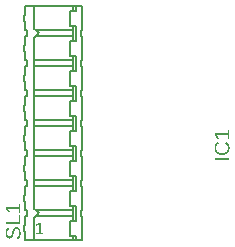
<source format=gbr>
G04 EAGLE Gerber RS-274X export*
G75*
%MOMM*%
%FSLAX34Y34*%
%LPD*%
%INSilkscreen Top*%
%IPPOS*%
%AMOC8*
5,1,8,0,0,1.08239X$1,22.5*%
G01*
G04 Define Apertures*
%ADD10C,0.152400*%
G36*
X187203Y120530D02*
X186839Y120536D01*
X186485Y120555D01*
X186141Y120586D01*
X185807Y120629D01*
X185483Y120685D01*
X185169Y120754D01*
X184865Y120835D01*
X184571Y120928D01*
X184287Y121034D01*
X184013Y121152D01*
X183495Y121426D01*
X183016Y121750D01*
X182578Y122124D01*
X182186Y122541D01*
X181846Y122997D01*
X181696Y123240D01*
X181559Y123492D01*
X181435Y123753D01*
X181324Y124024D01*
X181226Y124305D01*
X181141Y124595D01*
X181069Y124895D01*
X181010Y125205D01*
X180964Y125524D01*
X180931Y125852D01*
X180912Y126190D01*
X180905Y126538D01*
X180917Y127021D01*
X180953Y127483D01*
X181014Y127925D01*
X181098Y128347D01*
X181206Y128748D01*
X181339Y129129D01*
X181495Y129490D01*
X181676Y129831D01*
X181880Y130151D01*
X182108Y130449D01*
X182359Y130725D01*
X182633Y130979D01*
X182930Y131211D01*
X183251Y131421D01*
X183595Y131609D01*
X183962Y131776D01*
X184488Y130190D01*
X184226Y130075D01*
X183981Y129943D01*
X183751Y129795D01*
X183537Y129631D01*
X183339Y129450D01*
X183157Y129253D01*
X182991Y129040D01*
X182841Y128811D01*
X182708Y128568D01*
X182592Y128314D01*
X182494Y128048D01*
X182414Y127772D01*
X182352Y127484D01*
X182307Y127186D01*
X182281Y126876D01*
X182272Y126556D01*
X182292Y126057D01*
X182354Y125588D01*
X182457Y125146D01*
X182601Y124734D01*
X182787Y124349D01*
X183013Y123994D01*
X183281Y123666D01*
X183590Y123367D01*
X183935Y123101D01*
X184310Y122869D01*
X184716Y122674D01*
X185152Y122513D01*
X185619Y122389D01*
X186116Y122300D01*
X186644Y122247D01*
X187203Y122229D01*
X187756Y122247D01*
X188281Y122303D01*
X188779Y122396D01*
X189249Y122525D01*
X189691Y122692D01*
X190105Y122896D01*
X190492Y123137D01*
X190851Y123416D01*
X191174Y123725D01*
X191454Y124061D01*
X191691Y124423D01*
X191885Y124811D01*
X192036Y125226D01*
X192144Y125666D01*
X192209Y126133D01*
X192230Y126626D01*
X192220Y126945D01*
X192190Y127254D01*
X192140Y127553D01*
X192070Y127841D01*
X191979Y128120D01*
X191869Y128389D01*
X191739Y128648D01*
X191589Y128896D01*
X191418Y129135D01*
X191228Y129363D01*
X191017Y129582D01*
X190787Y129790D01*
X190536Y129988D01*
X190265Y130177D01*
X189975Y130355D01*
X189664Y130523D01*
X190347Y131889D01*
X190734Y131689D01*
X191096Y131470D01*
X191435Y131231D01*
X191751Y130973D01*
X192042Y130696D01*
X192309Y130399D01*
X192553Y130083D01*
X192773Y129748D01*
X192968Y129396D01*
X193137Y129031D01*
X193280Y128651D01*
X193397Y128258D01*
X193488Y127851D01*
X193553Y127430D01*
X193592Y126995D01*
X193605Y126547D01*
X193593Y126088D01*
X193557Y125645D01*
X193496Y125218D01*
X193411Y124807D01*
X193302Y124412D01*
X193169Y124032D01*
X193012Y123668D01*
X192830Y123319D01*
X192626Y122989D01*
X192401Y122679D01*
X192155Y122389D01*
X191889Y122119D01*
X191601Y121870D01*
X191293Y121641D01*
X190964Y121432D01*
X190614Y121243D01*
X190246Y121076D01*
X189861Y120931D01*
X189459Y120808D01*
X189041Y120708D01*
X188606Y120630D01*
X188155Y120574D01*
X187687Y120541D01*
X187203Y120530D01*
G37*
G36*
X193430Y133954D02*
X192090Y133954D01*
X192090Y137098D01*
X182596Y137098D01*
X184584Y134313D01*
X183095Y134313D01*
X181089Y137230D01*
X181089Y138683D01*
X192090Y138683D01*
X192090Y141688D01*
X193430Y141688D01*
X193430Y133954D01*
G37*
G36*
X193430Y116305D02*
X181089Y116305D01*
X181089Y117978D01*
X193430Y117978D01*
X193430Y116305D01*
G37*
G36*
X35923Y53674D02*
X29887Y53674D01*
X29887Y54720D01*
X32341Y54720D01*
X32341Y62130D01*
X30167Y60578D01*
X30167Y61740D01*
X32444Y63306D01*
X33579Y63306D01*
X33579Y54720D01*
X35923Y54720D01*
X35923Y53674D01*
G37*
G36*
X13576Y49155D02*
X13252Y50775D01*
X13520Y50855D01*
X13771Y50954D01*
X14003Y51074D01*
X14216Y51213D01*
X14411Y51372D01*
X14588Y51550D01*
X14746Y51748D01*
X14885Y51966D01*
X15007Y52204D01*
X15113Y52463D01*
X15203Y52742D01*
X15276Y53041D01*
X15333Y53361D01*
X15374Y53702D01*
X15398Y54063D01*
X15406Y54445D01*
X15397Y54838D01*
X15371Y55209D01*
X15328Y55556D01*
X15267Y55880D01*
X15189Y56181D01*
X15093Y56459D01*
X14980Y56714D01*
X14850Y56945D01*
X14703Y57152D01*
X14539Y57330D01*
X14360Y57482D01*
X14164Y57605D01*
X13951Y57702D01*
X13723Y57770D01*
X13478Y57812D01*
X13217Y57826D01*
X12929Y57808D01*
X12669Y57757D01*
X12438Y57670D01*
X12236Y57550D01*
X12055Y57398D01*
X11892Y57218D01*
X11745Y57010D01*
X11614Y56774D01*
X11496Y56513D01*
X11388Y56227D01*
X11290Y55917D01*
X11202Y55583D01*
X10843Y54051D01*
X10681Y53363D01*
X10519Y52764D01*
X10357Y52253D01*
X10195Y51830D01*
X10028Y51471D01*
X9852Y51153D01*
X9667Y50874D01*
X9472Y50635D01*
X9265Y50429D01*
X9040Y50248D01*
X8798Y50094D01*
X8539Y49965D01*
X8262Y49863D01*
X7966Y49791D01*
X7649Y49747D01*
X7313Y49733D01*
X6928Y49752D01*
X6566Y49808D01*
X6227Y49903D01*
X5910Y50036D01*
X5616Y50206D01*
X5344Y50415D01*
X5096Y50661D01*
X4870Y50946D01*
X4668Y51265D01*
X4494Y51618D01*
X4347Y52003D01*
X4226Y52420D01*
X4132Y52871D01*
X4065Y53354D01*
X4025Y53870D01*
X4011Y54418D01*
X4021Y54928D01*
X4052Y55408D01*
X4102Y55856D01*
X4172Y56273D01*
X4263Y56659D01*
X4373Y57015D01*
X4504Y57339D01*
X4655Y57633D01*
X4830Y57900D01*
X5034Y58147D01*
X5265Y58373D01*
X5525Y58579D01*
X5814Y58763D01*
X6131Y58927D01*
X6476Y59070D01*
X6849Y59192D01*
X7138Y57545D01*
X6901Y57470D01*
X6681Y57379D01*
X6478Y57273D01*
X6292Y57151D01*
X6122Y57014D01*
X5970Y56862D01*
X5834Y56695D01*
X5715Y56512D01*
X5611Y56312D01*
X5521Y56094D01*
X5445Y55858D01*
X5383Y55603D01*
X5335Y55330D01*
X5300Y55039D01*
X5279Y54729D01*
X5273Y54401D01*
X5280Y54042D01*
X5303Y53705D01*
X5342Y53389D01*
X5395Y53096D01*
X5464Y52824D01*
X5548Y52575D01*
X5648Y52347D01*
X5763Y52141D01*
X5893Y51959D01*
X6038Y51800D01*
X6199Y51666D01*
X6374Y51557D01*
X6564Y51471D01*
X6770Y51410D01*
X6990Y51374D01*
X7226Y51362D01*
X7498Y51381D01*
X7746Y51437D01*
X7969Y51532D01*
X8167Y51664D01*
X8346Y51832D01*
X8511Y52033D01*
X8662Y52267D01*
X8798Y52535D01*
X8934Y52891D01*
X9086Y53387D01*
X9252Y54025D01*
X9433Y54804D01*
X9700Y55938D01*
X9849Y56491D01*
X10024Y57020D01*
X10229Y57520D01*
X10466Y57988D01*
X10600Y58206D01*
X10749Y58409D01*
X10911Y58598D01*
X11088Y58771D01*
X11280Y58929D01*
X11489Y59068D01*
X11714Y59189D01*
X11955Y59293D01*
X12216Y59375D01*
X12498Y59434D01*
X12803Y59469D01*
X13129Y59481D01*
X13544Y59460D01*
X13935Y59397D01*
X14302Y59293D01*
X14644Y59147D01*
X14963Y58959D01*
X15257Y58730D01*
X15528Y58458D01*
X15774Y58145D01*
X15994Y57794D01*
X16184Y57409D01*
X16345Y56990D01*
X16477Y56537D01*
X16579Y56050D01*
X16653Y55528D01*
X16697Y54973D01*
X16711Y54383D01*
X16699Y53834D01*
X16662Y53315D01*
X16601Y52825D01*
X16515Y52365D01*
X16405Y51935D01*
X16270Y51534D01*
X16111Y51162D01*
X15927Y50821D01*
X15719Y50509D01*
X15486Y50227D01*
X15229Y49974D01*
X14947Y49751D01*
X14641Y49557D01*
X14311Y49393D01*
X13955Y49259D01*
X13576Y49155D01*
G37*
G36*
X16536Y71644D02*
X15196Y71644D01*
X15196Y74788D01*
X5702Y74788D01*
X7690Y72003D01*
X6201Y72003D01*
X4195Y74920D01*
X4195Y76373D01*
X15196Y76373D01*
X15196Y79378D01*
X16536Y79378D01*
X16536Y71644D01*
G37*
G36*
X16536Y61780D02*
X4195Y61780D01*
X4195Y63453D01*
X15170Y63453D01*
X15170Y69689D01*
X16536Y69689D01*
X16536Y61780D01*
G37*
D10*
X28220Y67390D02*
X29490Y68660D01*
X32030Y71200D01*
X29490Y73740D01*
X28220Y75010D01*
X67590Y68660D02*
X68860Y68660D01*
X68860Y48340D01*
X67590Y68660D02*
X67590Y73740D01*
X68860Y73740D01*
X28220Y48340D02*
X20600Y48340D01*
X28220Y48340D02*
X61240Y48340D01*
X63780Y48340D02*
X68860Y48340D01*
X63780Y48340D02*
X63780Y52150D01*
X63780Y64850D02*
X61240Y64850D01*
X61240Y52150D02*
X63780Y52150D01*
X58700Y52150D02*
X58700Y64850D01*
X61240Y64850D01*
X61240Y77550D02*
X63780Y77550D01*
X61240Y77550D02*
X58700Y77550D01*
X61240Y68660D02*
X61240Y64850D01*
X61240Y68660D02*
X61240Y73740D01*
X61240Y77550D01*
X61240Y52150D02*
X61240Y48340D01*
X61240Y52150D02*
X58700Y52150D01*
X61240Y48340D02*
X63780Y48340D01*
X20600Y48340D02*
X20600Y55960D01*
X19330Y55960D01*
X19330Y61040D02*
X20600Y61040D01*
X19330Y61040D02*
X19330Y55960D01*
X19330Y81360D02*
X20600Y81360D01*
X20600Y86440D02*
X19330Y86440D01*
X20600Y73740D02*
X21870Y73740D01*
X21870Y68660D02*
X20600Y68660D01*
X67590Y94060D02*
X67590Y99140D01*
X68860Y99140D01*
X68860Y119460D01*
X61240Y119460D02*
X28220Y119460D01*
X61240Y115650D02*
X63780Y115650D01*
X58700Y115650D02*
X58700Y102950D01*
X61240Y90250D02*
X63780Y90250D01*
X61240Y90250D02*
X58700Y90250D01*
X61240Y102950D02*
X63780Y102950D01*
X61240Y102950D02*
X58700Y102950D01*
X61240Y94060D02*
X61240Y90250D01*
X61240Y94060D02*
X61240Y99140D01*
X61240Y102950D01*
X61240Y115650D02*
X61240Y119460D01*
X61240Y115650D02*
X58700Y115650D01*
X20600Y106760D02*
X19330Y106760D01*
X20600Y111840D02*
X20600Y119460D01*
X20600Y111840D02*
X19330Y111840D01*
X19330Y106760D01*
X20600Y99140D02*
X21870Y99140D01*
X20600Y99140D02*
X20600Y106760D01*
X21870Y99140D02*
X21870Y94060D01*
X20600Y94060D01*
X20600Y86440D01*
X19330Y86440D02*
X19330Y81360D01*
X20600Y81360D02*
X20600Y73740D01*
X21870Y73740D02*
X21870Y68660D01*
X20600Y68660D02*
X20600Y61040D01*
X28220Y67390D02*
X28220Y48340D01*
X28220Y75010D02*
X28220Y94060D01*
X28220Y99140D01*
X29490Y73740D02*
X61240Y73740D01*
X61240Y68660D02*
X29490Y68660D01*
X28220Y94060D02*
X61240Y94060D01*
X61240Y99140D02*
X28220Y99140D01*
X58700Y90250D02*
X58700Y77550D01*
X63780Y77550D02*
X63780Y64850D01*
X68860Y73740D02*
X68860Y94060D01*
X63780Y90250D02*
X63780Y102950D01*
X67590Y94060D02*
X68860Y94060D01*
X68860Y144860D02*
X67590Y144860D01*
X68860Y144860D02*
X68860Y124540D01*
X67590Y144860D02*
X67590Y149940D01*
X68860Y149940D01*
X61240Y124540D02*
X28220Y124540D01*
X61240Y141050D02*
X63780Y141050D01*
X63780Y128350D02*
X61240Y128350D01*
X58700Y128350D02*
X58700Y141050D01*
X61240Y141050D01*
X61240Y153750D02*
X63780Y153750D01*
X61240Y153750D02*
X58700Y153750D01*
X61240Y144860D02*
X61240Y141050D01*
X61240Y144860D02*
X61240Y149940D01*
X61240Y153750D01*
X61240Y128350D02*
X61240Y124540D01*
X61240Y128350D02*
X58700Y128350D01*
X20600Y124540D02*
X20600Y132160D01*
X19330Y132160D01*
X19330Y137240D02*
X20600Y137240D01*
X19330Y137240D02*
X19330Y132160D01*
X19330Y157560D02*
X20600Y157560D01*
X20600Y162640D02*
X19330Y162640D01*
X20600Y149940D02*
X21870Y149940D01*
X21870Y144860D02*
X20600Y144860D01*
X32030Y223600D02*
X29490Y226140D01*
X28220Y227410D01*
X67590Y226140D02*
X67590Y221060D01*
X67590Y226140D02*
X68860Y226140D01*
X68860Y246460D01*
X28220Y246460D02*
X28220Y227410D01*
X28220Y246460D02*
X20600Y246460D01*
X63780Y246460D02*
X68860Y246460D01*
X63780Y246460D02*
X63780Y242650D01*
X61240Y246460D02*
X28220Y246460D01*
X61240Y242650D02*
X63780Y242650D01*
X58700Y242650D02*
X58700Y229950D01*
X61240Y217250D02*
X63780Y217250D01*
X61240Y217250D02*
X58700Y217250D01*
X61240Y229950D02*
X63780Y229950D01*
X61240Y229950D02*
X58700Y229950D01*
X61240Y221060D02*
X61240Y217250D01*
X61240Y221060D02*
X61240Y226140D01*
X61240Y229950D01*
X61240Y242650D02*
X61240Y246460D01*
X61240Y242650D02*
X58700Y242650D01*
X61240Y246460D02*
X63780Y246460D01*
X20600Y233760D02*
X19330Y233760D01*
X20600Y238840D02*
X20600Y246460D01*
X20600Y238840D02*
X19330Y238840D01*
X19330Y233760D01*
X20600Y226140D02*
X21870Y226140D01*
X20600Y226140D02*
X20600Y233760D01*
X21870Y226140D02*
X21870Y221060D01*
X20600Y221060D01*
X28220Y219790D02*
X29490Y221060D01*
X32030Y223600D01*
X19330Y162640D02*
X19330Y157560D01*
X20600Y157560D02*
X20600Y149940D01*
X21870Y149940D02*
X21870Y144860D01*
X20600Y144860D02*
X20600Y137240D01*
X28220Y144860D02*
X28220Y124540D01*
X28220Y149940D02*
X61240Y149940D01*
X61240Y144860D02*
X28220Y144860D01*
X29490Y221060D02*
X61240Y221060D01*
X61240Y226140D02*
X29490Y226140D01*
X63780Y153750D02*
X63780Y141050D01*
X63780Y217250D02*
X63780Y229950D01*
X67590Y221060D02*
X68860Y221060D01*
X28220Y119460D02*
X28220Y99140D01*
X28220Y144860D02*
X28220Y149940D01*
X67590Y119460D02*
X68860Y119460D01*
X68860Y124540D02*
X67590Y124540D01*
X67590Y119460D01*
X63780Y115650D02*
X63780Y128350D01*
X61240Y124540D02*
X61240Y119460D01*
X28220Y119460D02*
X28220Y124540D01*
X21870Y124540D02*
X21870Y119460D01*
X20600Y119460D01*
X20600Y124540D02*
X21870Y124540D01*
X67590Y170260D02*
X68860Y170260D01*
X68860Y149940D01*
X67590Y170260D02*
X67590Y175340D01*
X68860Y175340D01*
X63780Y166450D02*
X61240Y166450D01*
X58700Y166450D02*
X58700Y153750D01*
X58700Y166450D02*
X61240Y166450D01*
X61240Y179150D02*
X63780Y179150D01*
X61240Y179150D02*
X58700Y179150D01*
X61240Y170260D02*
X61240Y166450D01*
X61240Y170260D02*
X61240Y175340D01*
X61240Y179150D01*
X20600Y182960D02*
X19330Y182960D01*
X19330Y188040D02*
X20600Y188040D01*
X20600Y175340D02*
X21870Y175340D01*
X21870Y170260D02*
X20600Y170260D01*
X19330Y182960D02*
X19330Y188040D01*
X20600Y182960D02*
X20600Y175340D01*
X21870Y175340D02*
X21870Y170260D01*
X20600Y170260D02*
X20600Y162640D01*
X28220Y170260D02*
X28220Y149940D01*
X28220Y175340D02*
X61240Y175340D01*
X61240Y170260D02*
X28220Y170260D01*
X63780Y166450D02*
X63780Y179150D01*
X28220Y175340D02*
X28220Y170260D01*
X67590Y195660D02*
X68860Y195660D01*
X68860Y175340D01*
X67590Y195660D02*
X67590Y200740D01*
X68860Y200740D01*
X63780Y191850D02*
X61240Y191850D01*
X58700Y191850D02*
X58700Y179150D01*
X58700Y191850D02*
X61240Y191850D01*
X61240Y204550D02*
X63780Y204550D01*
X61240Y204550D02*
X58700Y204550D01*
X61240Y195660D02*
X61240Y191850D01*
X61240Y195660D02*
X61240Y200740D01*
X61240Y204550D01*
X20600Y208360D02*
X19330Y208360D01*
X19330Y213440D02*
X20600Y213440D01*
X20600Y200740D02*
X21870Y200740D01*
X21870Y195660D02*
X20600Y195660D01*
X19330Y208360D02*
X19330Y213440D01*
X20600Y208360D02*
X20600Y200740D01*
X21870Y200740D02*
X21870Y195660D01*
X20600Y195660D02*
X20600Y188040D01*
X28220Y195660D02*
X28220Y175340D01*
X28220Y200740D02*
X61240Y200740D01*
X61240Y195660D02*
X28220Y195660D01*
X63780Y191850D02*
X63780Y204550D01*
X28220Y200740D02*
X28220Y195660D01*
X20600Y213440D02*
X20600Y221060D01*
X28220Y219790D02*
X28220Y200740D01*
X58700Y204550D02*
X58700Y217250D01*
X68860Y221060D02*
X68860Y200740D01*
M02*

</source>
